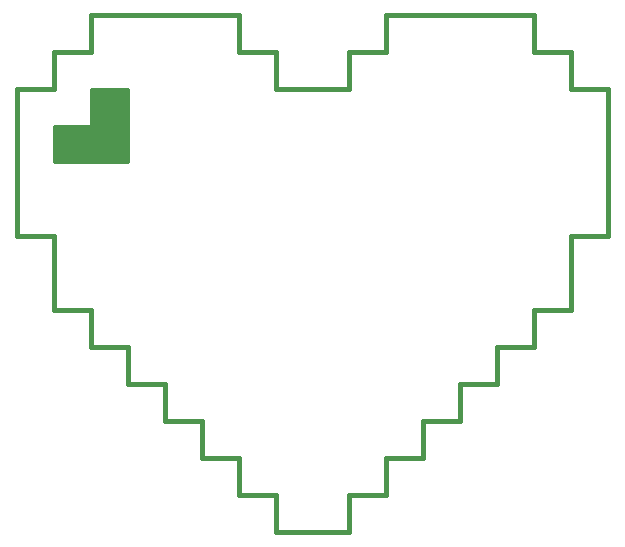
<source format=gbo>
G75*
%MOIN*%
%OFA0B0*%
%FSLAX25Y25*%
%IPPOS*%
%LPD*%
%AMOC8*
5,1,8,0,0,1.08239X$1,22.5*
%
%ADD10C,0.01600*%
%ADD11C,0.01000*%
D10*
X0087922Y0075619D02*
X0087922Y0087922D01*
X0075619Y0087922D01*
X0075619Y0100225D01*
X0063316Y0100225D01*
X0063316Y0124831D01*
X0051013Y0124831D01*
X0051013Y0174044D01*
X0063316Y0174044D01*
X0063316Y0186347D01*
X0075619Y0186347D01*
X0075619Y0198650D01*
X0124831Y0198650D01*
X0124831Y0186347D01*
X0137135Y0186347D01*
X0137135Y0174044D01*
X0161741Y0174044D01*
X0161741Y0186347D01*
X0174044Y0186347D01*
X0174044Y0198650D01*
X0223257Y0198650D01*
X0223257Y0186347D01*
X0235560Y0186347D01*
X0235560Y0174044D01*
X0247863Y0174044D01*
X0247863Y0124831D01*
X0235560Y0124831D01*
X0235560Y0100225D01*
X0223257Y0100225D01*
X0223257Y0087922D01*
X0210954Y0087922D01*
X0210954Y0075619D01*
X0198650Y0075619D01*
X0198650Y0063316D01*
X0186347Y0063316D01*
X0186347Y0051013D01*
X0174044Y0051013D01*
X0174044Y0038709D01*
X0161741Y0038709D01*
X0161741Y0026406D01*
X0137135Y0026406D01*
X0137135Y0038709D01*
X0124831Y0038709D01*
X0124831Y0051013D01*
X0112528Y0051013D01*
X0112528Y0063316D01*
X0100225Y0063316D01*
X0100225Y0075619D01*
X0087922Y0075619D01*
D11*
X0087922Y0149438D02*
X0063316Y0149438D01*
X0063316Y0161741D01*
X0075619Y0161741D01*
X0075619Y0174044D01*
X0087922Y0174044D01*
X0087922Y0149438D01*
X0087922Y0150222D02*
X0063316Y0150222D01*
X0063316Y0151220D02*
X0087922Y0151220D01*
X0087922Y0152219D02*
X0063316Y0152219D01*
X0063316Y0153217D02*
X0087922Y0153217D01*
X0087922Y0154216D02*
X0063316Y0154216D01*
X0063316Y0155214D02*
X0087922Y0155214D01*
X0087922Y0156213D02*
X0063316Y0156213D01*
X0063316Y0157211D02*
X0087922Y0157211D01*
X0087922Y0158210D02*
X0063316Y0158210D01*
X0063316Y0159208D02*
X0087922Y0159208D01*
X0087922Y0160207D02*
X0063316Y0160207D01*
X0063316Y0161205D02*
X0087922Y0161205D01*
X0087922Y0162204D02*
X0075619Y0162204D01*
X0075619Y0163202D02*
X0087922Y0163202D01*
X0087922Y0164201D02*
X0075619Y0164201D01*
X0075619Y0165199D02*
X0087922Y0165199D01*
X0087922Y0166198D02*
X0075619Y0166198D01*
X0075619Y0167196D02*
X0087922Y0167196D01*
X0087922Y0168195D02*
X0075619Y0168195D01*
X0075619Y0169193D02*
X0087922Y0169193D01*
X0087922Y0170192D02*
X0075619Y0170192D01*
X0075619Y0171190D02*
X0087922Y0171190D01*
X0087922Y0172189D02*
X0075619Y0172189D01*
X0075619Y0173187D02*
X0087922Y0173187D01*
M02*

</source>
